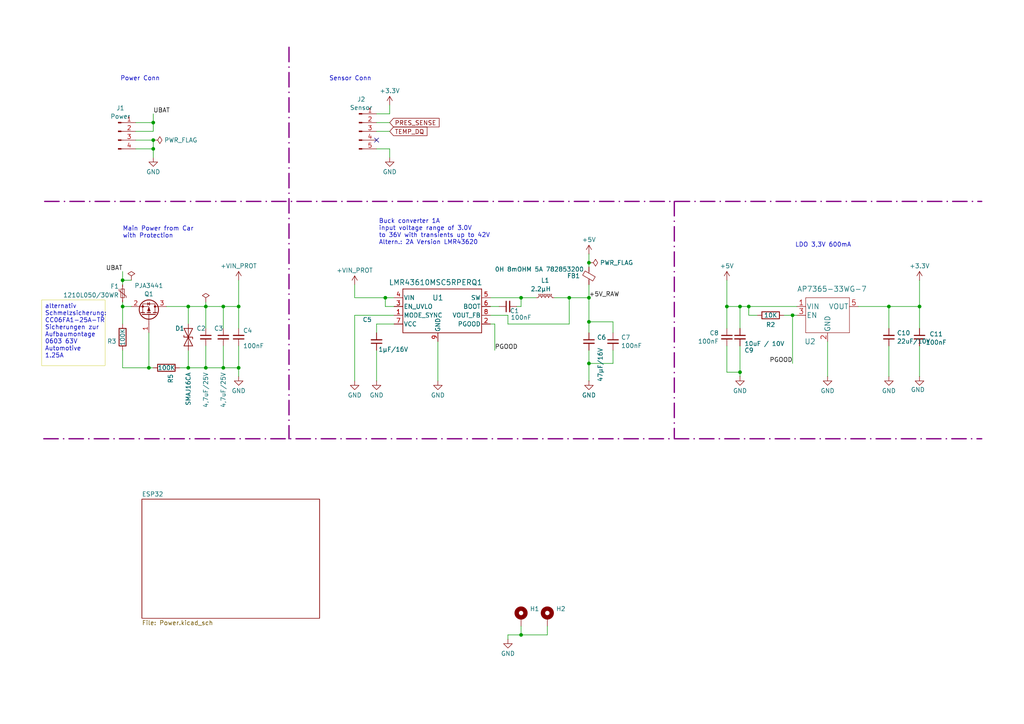
<source format=kicad_sch>
(kicad_sch (version 20250114) (generator "eeschema") (generator_version "9.0")
  (paper "A4")
  (title_block (title "BMW N57 Öldruck und Öltemperatur Anzeige") (date "2025-11-05") (rev "0.2") (comment 1 "Power Distribution"))
  (lib_symbols
    (symbol "2021-05-12_00-19-53:AP2112K-3.3TRG1" (pin_names (offset 0.254))
      (property "Reference" "U2" (at 8.89 -7.62 0))
      (property "Value" "AP7365-33WG-7" (at 15.24 7.62 0))
      (symbol "AP2112K-3.3TRG1_1_1"
        (polyline (pts (xy 7.62 5.08) (xy 7.62 -5.08)) (stroke (width 0.127)))
        (polyline (pts (xy 7.62 -5.08) (xy 20.32 -5.08)) (stroke (width 0.127)))
        (polyline (pts (xy 20.32 5.08) (xy 7.62 5.08)) (stroke (width 0.127)))
        (polyline (pts (xy 20.32 -5.08) (xy 20.32 5.08)) (stroke (width 0.127)))
        (pin power_in line (at 5.08 2.54 0) (length 2.54) (name "VIN") (number "1"))
        (pin input line (at 5.08 0 0) (length 2.54) (name "EN") (number "3"))
        (pin unspecified line (at 13.97 -7.62 90) (length 2.54) (name "GND") (number "2"))
        (pin power_out line (at 22.86 2.54 180) (length 2.54) (name "VOUT") (number "5"))
        (pin no_connect line (at 22.86 0 180) (length 2.54) (hide yes) (name "NC") (number "4"))
      )
    )
    (symbol "Connector:Conn_01x04_Pin" (pin_names (offset 1.016) (hide yes))
      (property "Reference" "J" (at 0 5.08 0))
      (property "Value" "Conn_01x04_Pin" (at 0 -7.62 0))
      (symbol "Conn_01x04_Pin_1_1"
        (rectangle (start 0.8636 2.667) (end 0 2.413) (stroke (width 0.1524)) (fill (type outline)))
        (rectangle (start 0.8636 0.127) (end 0 -0.127) (stroke (width 0.1524)) (fill (type outline)))
        (rectangle (start 0.8636 -2.413) (end 0 -2.667) (stroke (width 0.1524)) (fill (type outline)))
        (rectangle (start 0.8636 -4.953) (end 0 -5.207) (stroke (width 0.1524)) (fill (type outline)))
        (polyline (pts (xy 1.27 2.54) (xy 0.8636 2.54)) (stroke (width 0.1524)))
        (polyline (pts (xy 1.27 0) (xy 0.8636 0)) (stroke (width 0.1524)))
        (polyline (pts (xy 1.27 -2.54) (xy 0.8636 -2.54)) (stroke (width 0.1524)))
        (polyline (pts (xy 1.27 -5.08) (xy 0.8636 -5.08)) (stroke (width 0.1524)))
        (pin passive line (at 5.08 2.54 180) (length 3.81) (name "Pin_1") (number "1"))
        (pin passive line (at 5.08 0 180) (length 3.81) (name "Pin_2") (number "2"))
        (pin passive line (at 5.08 -2.54 180) (length 3.81) (name "Pin_3") (number "3"))
        (pin passive line (at 5.08 -5.08 180) (length 3.81) (name "Pin_4") (number "4"))
      )
    )
    (symbol "Connector:Conn_01x05_Pin" (pin_names (offset 1.016) (hide yes))
      (property "Reference" "J" (at 0 7.62 0))
      (property "Value" "Conn_01x05_Pin" (at 0 -7.62 0))
      (symbol "Conn_01x05_Pin_1_1"
        (rectangle (start 0.8636 5.207) (end 0 4.953) (stroke (width 0.1524)) (fill (type outline)))
        (rectangle (start 0.8636 2.667) (end 0 2.413) (stroke (width 0.1524)) (fill (type outline)))
        (rectangle (start 0.8636 0.127) (end 0 -0.127) (stroke (width 0.1524)) (fill (type outline)))
        (rectangle (start 0.8636 -2.413) (end 0 -2.667) (stroke (width 0.1524)) (fill (type outline)))
        (rectangle (start 0.8636 -4.953) (end 0 -5.207) (stroke (width 0.1524)) (fill (type outline)))
        (polyline (pts (xy 1.27 5.08) (xy 0.8636 5.08)) (stroke (width 0.1524)))
        (polyline (pts (xy 1.27 2.54) (xy 0.8636 2.54)) (stroke (width 0.1524)))
        (polyline (pts (xy 1.27 0) (xy 0.8636 0)) (stroke (width 0.1524)))
        (polyline (pts (xy 1.27 -2.54) (xy 0.8636 -2.54)) (stroke (width 0.1524)))
        (polyline (pts (xy 1.27 -5.08) (xy 0.8636 -5.08)) (stroke (width 0.1524)))
        (pin passive line (at 5.08 5.08 180) (length 3.81) (name "Pin_1") (number "1"))
        (pin passive line (at 5.08 2.54 180) (length 3.81) (name "Pin_2") (number "2"))
        (pin passive line (at 5.08 0 180) (length 3.81) (name "Pin_3") (number "3"))
        (pin passive line (at 5.08 -2.54 180) (length 3.81) (name "Pin_4") (number "4"))
        (pin passive line (at 5.08 -5.08 180) (length 3.81) (name "Pin_5") (number "5"))
      )
    )
    (symbol "Device:C_Small" (pin_numbers (hide yes)) (pin_names (offset 0.254) (hide yes))
      (property "Reference" "C" (at 0.254 1.778 0))
      (property "Value" "C_Small" (at 0.254 -2.032 0))
      (symbol "C_Small_0_1"
        (polyline (pts (xy -1.524 0.508) (xy 1.524 0.508)) (stroke (width 0.3048)))
        (polyline (pts (xy -1.524 -0.508) (xy 1.524 -0.508)) (stroke (width 0.3302)))
      )
      (symbol "C_Small_1_1"
        (pin passive line (at 0 2.54 270) (length 2.032) (name "~") (number "1"))
        (pin passive line (at 0 -2.54 90) (length 2.032) (name "~") (number "2"))
      )
    )
    (symbol "Device:FerriteBead_Small" (pin_numbers (hide yes)) (pin_names (offset 0))
      (property "Reference" "FB" (at 1.905 1.27 0))
      (property "Value" "FerriteBead_Small" (at 1.905 -1.27 0))
      (symbol "FerriteBead_Small_0_1"
        (polyline (pts (xy -1.8288 0.2794) (xy -1.1176 1.4986) (xy 1.8288 -0.2032) (xy 1.1176 -1.4224) (xy -1.8288 0.2794)))
        (polyline (pts (xy 0 0.889) (xy 0 1.2954)))
        (polyline (pts (xy 0 -1.27) (xy 0 -0.7874)))
      )
      (symbol "FerriteBead_Small_1_1"
        (pin passive line (at 0 2.54 270) (length 1.27) (name "~") (number "1"))
        (pin passive line (at 0 -2.54 90) (length 1.27) (name "~") (number "2"))
      )
    )
    (symbol "Device:L_Ferrite_Small" (pin_numbers (hide yes)) (pin_names (offset 0.254) (hide yes))
      (property "Reference" "L" (at 1.27 1.016 0))
      (property "Value" "L_Ferrite_Small" (at 1.27 -1.27 0))
      (symbol "L_Ferrite_Small_0_1"
        (arc (start 0 2.032) (mid 0.5058 1.524) (end 0 1.016))
        (arc (start 0 1.016) (mid 0.5058 0.508) (end 0 0))
        (arc (start 0 0) (mid 0.5058 -0.508) (end 0 -1.016))
        (arc (start 0 -1.016) (mid 0.5058 -1.524) (end 0 -2.032))
        (polyline (pts (xy 0.762 1.651) (xy 0.762 1.905)))
        (polyline (pts (xy 0.762 1.143) (xy 0.762 1.397)))
        (polyline (pts (xy 0.762 0.635) (xy 0.762 0.889)))
        (polyline (pts (xy 0.762 0.127) (xy 0.762 0.381)))
        (polyline (pts (xy 0.762 -0.381) (xy 0.762 -0.127)))
        (polyline (pts (xy 0.762 -0.889) (xy 0.762 -0.635)))
        (polyline (pts (xy 0.762 -1.397) (xy 0.762 -1.143)))
        (polyline (pts (xy 0.762 -1.905) (xy 0.762 -1.651)))
        (polyline (pts (xy 1.016 1.905) (xy 1.016 1.651)))
        (polyline (pts (xy 1.016 1.397) (xy 1.016 1.143)))
        (polyline (pts (xy 1.016 0.889) (xy 1.016 0.635)))
        (polyline (pts (xy 1.016 0.381) (xy 1.016 0.127)))
        (polyline (pts (xy 1.016 -0.127) (xy 1.016 -0.381)))
        (polyline (pts (xy 1.016 -0.635) (xy 1.016 -0.889)))
        (polyline (pts (xy 1.016 -1.143) (xy 1.016 -1.397)))
        (polyline (pts (xy 1.016 -1.651) (xy 1.016 -1.905)))
      )
      (symbol "L_Ferrite_Small_1_1"
        (pin passive line (at 0 2.54 270) (length 0.508) (name "~") (number "1"))
        (pin passive line (at 0 -2.54 90) (length 0.508) (name "~") (number "2"))
      )
    )
    (symbol "Device:Polyfuse_Small" (pin_numbers (hide yes)) (pin_names (offset 0))
      (property "Reference" "F" (at -1.905 0 90))
      (property "Value" "Polyfuse_Small" (at 1.905 0 90))
      (symbol "Polyfuse_Small_0_1"
        (polyline (pts (xy -1.016 1.27) (xy -1.016 0.762) (xy 1.016 -0.762) (xy 1.016 -1.27)))
        (rectangle (start -0.508 1.27) (end 0.508 -1.27))
        (polyline (pts (xy 0 2.54) (xy 0 -2.54)))
      )
      (symbol "Polyfuse_Small_1_1"
        (pin passive line (at 0 2.54 270) (length 0.635) (name "~") (number "1"))
        (pin passive line (at 0 -2.54 90) (length 0.635) (name "~") (number "2"))
      )
    )
    (symbol "Device:R" (pin_numbers (hide yes)) (pin_names (offset 0))
      (property "Reference" "R" (at 2.032 0 90))
      (property "Value" "R" (at 0 0 90))
      (symbol "R_0_1"
        (rectangle (start -1.016 -2.54) (end 1.016 2.54) (stroke (width 0.254)))
      )
      (symbol "R_1_1"
        (pin passive line (at 0 3.81 270) (length 1.27) (name "~") (number "1"))
        (pin passive line (at 0 -3.81 90) (length 1.27) (name "~") (number "2"))
      )
    )
    (symbol "Diode:SMAJ26CA" (pin_numbers (hide yes)) (pin_names (offset 1.016) (hide yes))
      (property "Reference" "D" (at 0 2.54 0))
      (property "Value" "SMAJ26CA" (at 0 -2.54 0))
      (symbol "SMAJ26CA_0_1"
        (polyline (pts (xy -2.54 -1.27) (xy 0 0) (xy -2.54 1.27) (xy -2.54 -1.27)) (stroke (width 0.2032)))
        (polyline (pts (xy 0.508 1.27) (xy 0 1.27) (xy 0 -1.27) (xy -0.508 -1.27)) (stroke (width 0.2032)))
        (polyline (pts (xy 1.27 0) (xy -1.27 0)))
        (polyline (pts (xy 2.54 1.27) (xy 2.54 -1.27) (xy 0 0) (xy 2.54 1.27)) (stroke (width 0.2032)))
      )
      (symbol "SMAJ26CA_1_1"
        (pin passive line (at -3.81 0 0) (length 2.54) (name "A1") (number "1"))
        (pin passive line (at 3.81 0 180) (length 2.54) (name "A2") (number "2"))
      )
    )
    (symbol "LMR43610:LMR43610RS5QRPERQ1" (pin_names (offset 0.254))
      (property "Value" "LMR43610RS5QRPERQ1" (at 3.048 6.35 0))
      (symbol "LMR43610RS5QRPERQ1_0_1"
        (polyline (pts (xy -10.16 5.08) (xy -10.16 -7.62)) (stroke (width 0.2032)))
        (polyline (pts (xy -10.16 -7.62) (xy 12.7 -7.62)) (stroke (width 0.2032)))
        (polyline (pts (xy 12.7 5.08) (xy -10.16 5.08)) (stroke (width 0.2032)))
        (polyline (pts (xy 12.7 -7.62) (xy 12.7 5.08)) (stroke (width 0.2032)))
      )
      (symbol "LMR43610RS5QRPERQ1_1_1"
        (pin power_in line (at -12.7 2.54 0) (length 2.54) (name "VIN") (number "4"))
        (pin input line (at -12.7 0 0) (length 2.54) (name "EN_UVLO") (number "3"))
        (pin input line (at -12.7 -2.54 0) (length 2.54) (name "MODE_SYNC") (number "1"))
        (pin power_in line (at -12.7 -5.08 0) (length 2.54) (name "VCC") (number "7"))
        (pin power_in line (at 0 -10.16 90) (length 2.54) (name "GND") (number "9"))
        (pin power_out line (at 15.24 2.54 180) (length 2.54) (name "SW") (number "5"))
        (pin bidirectional line (at 15.24 0 180) (length 2.54) (name "BOOT") (number "6"))
        (pin bidirectional line (at 15.24 -2.54 180) (length 2.54) (name "VOUT_FB") (number "8"))
        (pin open_collector line (at 15.24 -5.08 180) (length 2.54) (name "PGOOD") (number "2"))
      )
    )
    (symbol "Mechanical:MountingHole_Pad" (pin_numbers (hide yes)) (pin_names (offset 1.016) (hide yes))
      (property "Reference" "H" (at 0 6.35 0))
      (property "Value" "MountingHole_Pad" (at 0 4.445 0))
      (symbol "MountingHole_Pad_0_1"
        (circle (center 0 1.27) (radius 1.27) (stroke (width 1.27)))
      )
      (symbol "MountingHole_Pad_1_1"
        (pin input line (at 0 -2.54 90) (length 2.54) (name "1") (number "1"))
      )
    )
    (symbol "Transistor_FET:Q_PMOS_GSD" (pin_names (offset 0) (hide yes))
      (property "Reference" "Q" (at 5.08 1.905 0))
      (property "Value" "Q_PMOS_GSD" (at 5.08 0 0))
      (symbol "Q_PMOS_GSD_0_1"
        (polyline (pts (xy 0.254 1.905) (xy 0.254 -1.905)) (stroke (width 0.254)))
        (polyline (pts (xy 0.254 0) (xy -2.54 0)))
        (polyline (pts (xy 0.762 2.286) (xy 0.762 1.27)) (stroke (width 0.254)))
        (polyline (pts (xy 0.762 1.778) (xy 3.302 1.778) (xy 3.302 -1.778) (xy 0.762 -1.778)))
        (polyline (pts (xy 0.762 0.508) (xy 0.762 -0.508)) (stroke (width 0.254)))
        (polyline (pts (xy 0.762 -1.27) (xy 0.762 -2.286)) (stroke (width 0.254)))
        (circle (center 1.651 0) (radius 2.794) (stroke (width 0.254)))
        (polyline (pts (xy 2.286 0) (xy 1.27 0.381) (xy 1.27 -0.381) (xy 2.286 0)) (fill (type outline)))
        (polyline (pts (xy 2.54 2.54) (xy 2.54 1.778)))
        (circle (center 2.54 1.778) (radius 0.254) (fill (type outline)))
        (circle (center 2.54 -1.778) (radius 0.254) (fill (type outline)))
        (polyline (pts (xy 2.54 -2.54) (xy 2.54 0) (xy 0.762 0)))
        (polyline (pts (xy 2.921 -0.381) (xy 3.683 -0.381)))
        (polyline (pts (xy 3.302 -0.381) (xy 2.921 0.254) (xy 3.683 0.254) (xy 3.302 -0.381)))
      )
      (symbol "Q_PMOS_GSD_1_1"
        (pin input line (at -5.08 0 0) (length 2.54) (name "G") (number "1"))
        (pin passive line (at 2.54 5.08 270) (length 2.54) (name "D") (number "3"))
        (pin passive line (at 2.54 -5.08 90) (length 2.54) (name "S") (number "2"))
      )
    )
    (symbol "power:+12V" (power) (pin_names (offset 0))
      (property "Value" "+12V" (at 0 3.556 0))
      (symbol "+12V_0_1"
        (polyline (pts (xy -0.762 1.27) (xy 0 2.54)))
        (polyline (pts (xy 0 2.54) (xy 0.762 1.27)))
        (polyline (pts (xy 0 0) (xy 0 2.54)))
      )
      (symbol "+12V_1_1"
        (pin power_in line (at 0 0 90) (length 0) (hide yes) (name "+12V") (number "1"))
      )
    )
    (symbol "power:+3.3V" (power) (pin_numbers (hide yes)) (pin_names (offset 0) (hide yes))
      (property "Value" "+3.3V" (at 0 3.556 0))
      (symbol "+3.3V_0_1"
        (polyline (pts (xy -0.762 1.27) (xy 0 2.54)))
        (polyline (pts (xy 0 2.54) (xy 0.762 1.27)))
        (polyline (pts (xy 0 0) (xy 0 2.54)))
      )
      (symbol "+3.3V_1_1"
        (pin power_in line (at 0 0 90) (length 0) (name "~") (number "1"))
      )
    )
    (symbol "power:+5V" (power) (pin_numbers (hide yes)) (pin_names (offset 0) (hide yes))
      (property "Value" "+5V" (at 0 3.556 0))
      (symbol "+5V_0_1"
        (polyline (pts (xy -0.762 1.27) (xy 0 2.54)))
        (polyline (pts (xy 0 2.54) (xy 0.762 1.27)))
        (polyline (pts (xy 0 0) (xy 0 2.54)))
      )
      (symbol "+5V_1_1"
        (pin power_in line (at 0 0 90) (length 0) (name "~") (number "1"))
      )
    )
    (symbol "power:GND" (power) (pin_numbers (hide yes)) (pin_names (offset 0) (hide yes))
      (property "Value" "GND" (at 0 -3.81 0))
      (symbol "GND_0_1"
        (polyline (pts (xy 0 0) (xy 0 -1.27) (xy 1.27 -1.27) (xy 0 -2.54) (xy -1.27 -1.27) (xy 0 -1.27)))
      )
      (symbol "GND_1_1"
        (pin power_in line (at 0 0 270) (length 0) (name "~") (number "1"))
      )
    )
    (symbol "power:PWR_FLAG" (power) (pin_numbers (hide yes)) (pin_names (offset 0) (hide yes))
      (property "Value" "PWR_FLAG" (at 0 3.81 0))
      (symbol "PWR_FLAG_0_0"
        (pin power_out line (at 0 0 90) (length 0) (name "pwr") (number "1"))
      )
      (symbol "PWR_FLAG_0_1"
        (polyline (pts (xy 0 0) (xy 0 1.27) (xy -1.016 1.905) (xy 0 2.54) (xy 1.016 1.905) (xy 0 1.27)))
      )
    )
  )
  (text "Sensor Conn" (at 101.6 22.86 0) (effects (font (size 1.27 1.27))))
  (text "Main Power from Car\nwith Protection" (at 35.56 69.215 0) (effects (font (size 1.27 1.27)) (justify left bottom)))
  (text "Power Conn" (at 40.64 22.86 0) (effects (font (size 1.27 1.27))))
  (text "LDO 3,3V 600mA" (at 238.76 71.12 0) (effects (font (size 1.27 1.27))))
  (text "Buck converter 1A \ninput voltage range of 3.0V \nto 36V with transients up to 42V\nAltern.: 2A Version LMR43620" (at 109.855 67.31 0) (effects (font (size 1.27 1.27)) (justify left)))
  (text_box "alternativ Schmelzsicherung:\nCC06FA1-25A-TR\nSicherungen zur Aufbaumontage 0603 63V Automotive 1.25A" (at 12.065 86.995 0) (size 18.415 19.05) (margins 0.9525 0.9525 0.9525 0.9525) (stroke (width 0.0762) (color 194 194 0 1)) (effects (font (size 1.27 1.27)) (justify left top)))
  (junction (at 210.82 88.9))
  (junction (at 44.45 35.56))
  (junction (at 151.13 184.15))
  (junction (at 54.61 106.68))
  (junction (at 170.815 93.345))
  (junction (at 64.77 88.9))
  (junction (at 43.18 106.68))
  (junction (at 266.7 88.9))
  (junction (at 69.215 88.9))
  (junction (at 170.815 86.36))
  (junction (at 170.815 105.41))
  (junction (at 59.69 88.9))
  (junction (at 151.13 86.36))
  (junction (at 35.56 88.9))
  (junction (at 257.81 88.9))
  (junction (at 229.87 91.44))
  (junction (at 54.61 88.9))
  (junction (at 214.63 107.95))
  (junction (at 35.56 81.28))
  (junction (at 217.17 88.9))
  (junction (at 165.1 86.36))
  (junction (at 214.63 88.9))
  (junction (at 69.215 106.68))
  (junction (at 170.815 76.2))
  (junction (at 59.69 106.68))
  (junction (at 64.77 106.68))
  (junction (at 111.76 86.36))
  (junction (at 44.45 40.64))
  (junction (at 44.45 43.18))
  (no_connect (at 109.22 40.64))
  (wire (pts (xy 266.7 95.25) (xy 266.7 88.9)))
  (wire (pts (xy 248.92 88.9) (xy 257.81 88.9)))
  (polyline (pts (xy 12.954 58.42) (xy 284.734 58.42)) (stroke (width 0.381) (type dash_dot) (color 132 0 132 1)))
  (wire (pts (xy 165.1 93.98) (xy 165.1 86.36)))
  (wire (pts (xy 151.13 88.9) (xy 151.13 86.36)))
  (wire (pts (xy 142.24 91.44) (xy 147.32 91.44)))
  (wire (pts (xy 111.76 88.9) (xy 114.3 88.9)))
  (wire (pts (xy 170.815 93.345) (xy 170.815 96.52)))
  (wire (pts (xy 214.63 100.33) (xy 214.63 107.95)))
  (wire (pts (xy 39.37 43.18) (xy 44.45 43.18)))
  (wire (pts (xy 158.75 181.61) (xy 158.75 184.15)))
  (wire (pts (xy 177.8 93.345) (xy 170.815 93.345)))
  (wire (pts (xy 35.56 106.68) (xy 43.18 106.68)))
  (wire (pts (xy 210.82 107.95) (xy 214.63 107.95)))
  (wire (pts (xy 64.77 95.25) (xy 64.77 88.9)))
  (wire (pts (xy 147.32 93.98) (xy 165.1 93.98)))
  (wire (pts (xy 214.63 88.9) (xy 214.63 95.25)))
  (wire (pts (xy 240.03 99.06) (xy 240.03 109.22)))
  (wire (pts (xy 151.13 86.36) (xy 155.575 86.36)))
  (wire (pts (xy 210.82 100.33) (xy 210.82 107.95)))
  (wire (pts (xy 102.87 82.55) (xy 102.87 86.36)))
  (wire (pts (xy 142.24 88.9) (xy 144.78 88.9)))
  (wire (pts (xy 35.56 88.9) (xy 35.56 93.98)))
  (wire (pts (xy 102.87 91.44) (xy 114.3 91.44)))
  (wire (pts (xy 147.32 184.15) (xy 147.32 185.42)))
  (wire (pts (xy 210.82 95.25) (xy 210.82 88.9)))
  (wire (pts (xy 69.215 81.28) (xy 69.215 88.9)))
  (wire (pts (xy 59.69 88.9) (xy 59.69 95.25)))
  (wire (pts (xy 35.56 87.63) (xy 35.56 88.9)))
  (wire (pts (xy 38.1 81.28) (xy 35.56 81.28)))
  (wire (pts (xy 54.61 88.9) (xy 59.69 88.9)))
  (wire (pts (xy 210.82 88.9) (xy 210.82 81.28)))
  (wire (pts (xy 44.45 40.64) (xy 44.45 43.18)))
  (wire (pts (xy 170.815 82.55) (xy 170.815 86.36)))
  (wire (pts (xy 35.56 101.6) (xy 35.56 106.68)))
  (wire (pts (xy 54.61 106.68) (xy 59.69 106.68)))
  (wire (pts (xy 177.8 101.6) (xy 177.8 105.41)))
  (wire (pts (xy 109.22 35.56) (xy 113.03 35.56)))
  (wire (pts (xy 52.07 106.68) (xy 54.61 106.68)))
  (wire (pts (xy 39.37 40.64) (xy 44.45 40.64)))
  (wire (pts (xy 113.03 43.18) (xy 113.03 45.72)))
  (wire (pts (xy 257.81 88.9) (xy 266.7 88.9)))
  (wire (pts (xy 59.69 100.33) (xy 59.69 106.68)))
  (wire (pts (xy 54.61 88.9) (xy 54.61 93.98)))
  (polyline (pts (xy 12.7 127.254) (xy 284.734 127.254)) (stroke (width 0.381) (type dash_dot) (color 132 0 132 1)))
  (wire (pts (xy 102.87 91.44) (xy 102.87 110.49)))
  (wire (pts (xy 266.7 100.33) (xy 266.7 109.22)))
  (wire (pts (xy 177.8 96.52) (xy 177.8 93.345)))
  (wire (pts (xy 59.69 106.68) (xy 64.77 106.68)))
  (wire (pts (xy 143.51 93.98) (xy 143.51 101.6)))
  (wire (pts (xy 111.76 86.36) (xy 114.3 86.36)))
  (wire (pts (xy 64.77 106.68) (xy 69.215 106.68)))
  (wire (pts (xy 214.63 107.95) (xy 214.63 109.22)))
  (wire (pts (xy 64.77 88.9) (xy 69.215 88.9)))
  (polyline (pts (xy 195.58 58.42) (xy 195.58 127)) (stroke (width 0.381) (type dash_dot) (color 132 0 132 1)))
  (wire (pts (xy 177.8 105.41) (xy 170.815 105.41)))
  (wire (pts (xy 59.69 88.9) (xy 64.77 88.9)))
  (wire (pts (xy 69.215 109.22) (xy 69.215 106.68)))
  (wire (pts (xy 109.22 43.18) (xy 113.03 43.18)))
  (wire (pts (xy 257.81 100.33) (xy 257.81 109.22)))
  (wire (pts (xy 229.87 91.44) (xy 229.87 105.41)))
  (wire (pts (xy 48.26 88.9) (xy 54.61 88.9)))
  (wire (pts (xy 142.24 93.98) (xy 143.51 93.98)))
  (polyline (pts (xy 83.82 127.254) (xy 84.074 127.254)) (stroke (width 0) (type solid)))
  (wire (pts (xy 266.7 88.9) (xy 266.7 81.28)))
  (wire (pts (xy 217.17 88.9) (xy 231.14 88.9)))
  (wire (pts (xy 35.56 78.74) (xy 35.56 81.28)))
  (wire (pts (xy 35.56 88.9) (xy 38.1 88.9)))
  (wire (pts (xy 229.87 91.44) (xy 231.14 91.44)))
  (wire (pts (xy 227.33 91.44) (xy 229.87 91.44)))
  (wire (pts (xy 109.22 101.6) (xy 109.22 110.49)))
  (wire (pts (xy 39.37 38.1) (xy 44.45 38.1)))
  (wire (pts (xy 44.45 35.56) (xy 44.45 33.02)))
  (wire (pts (xy 109.22 93.98) (xy 114.3 93.98)))
  (wire (pts (xy 59.69 87.63) (xy 59.69 88.9)))
  (wire (pts (xy 35.56 82.55) (xy 35.56 81.28)))
  (wire (pts (xy 165.1 86.36) (xy 170.815 86.36)))
  (wire (pts (xy 102.87 86.36) (xy 111.76 86.36)))
  (wire (pts (xy 147.32 91.44) (xy 147.32 93.98)))
  (wire (pts (xy 149.86 88.9) (xy 151.13 88.9)))
  (wire (pts (xy 170.815 105.41) (xy 170.815 110.49)))
  (wire (pts (xy 44.45 106.68) (xy 43.18 106.68)))
  (wire (pts (xy 109.22 38.1) (xy 113.03 38.1)))
  (wire (pts (xy 210.82 88.9) (xy 214.63 88.9)))
  (wire (pts (xy 69.215 88.9) (xy 69.215 95.25)))
  (wire (pts (xy 69.215 100.33) (xy 69.215 106.68)))
  (wire (pts (xy 39.37 35.56) (xy 44.45 35.56)))
  (wire (pts (xy 142.24 86.36) (xy 151.13 86.36)))
  (wire (pts (xy 113.03 30.48) (xy 113.03 33.02)))
  (wire (pts (xy 217.17 88.9) (xy 217.17 91.44)))
  (wire (pts (xy 113.03 33.02) (xy 109.22 33.02)))
  (wire (pts (xy 170.815 73.66) (xy 170.815 76.2)))
  (wire (pts (xy 64.77 100.33) (xy 64.77 106.68)))
  (wire (pts (xy 127 99.06) (xy 127 110.49)))
  (wire (pts (xy 170.815 76.2) (xy 170.815 77.47)))
  (wire (pts (xy 109.22 93.98) (xy 109.22 96.52)))
  (polyline (pts (xy 83.82 13.716) (xy 83.82 127.254)) (stroke (width 0.381) (type dash_dot) (color 132 0 132 1)))
  (wire (pts (xy 151.13 184.15) (xy 147.32 184.15)))
  (wire (pts (xy 158.75 184.15) (xy 151.13 184.15)))
  (wire (pts (xy 44.45 38.1) (xy 44.45 35.56)))
  (wire (pts (xy 217.17 91.44) (xy 219.71 91.44)))
  (wire (pts (xy 170.815 101.6) (xy 170.815 105.41)))
  (wire (pts (xy 111.76 86.36) (xy 111.76 88.9)))
  (wire (pts (xy 54.61 101.6) (xy 54.61 106.68)))
  (wire (pts (xy 43.18 96.52) (xy 43.18 106.68)))
  (wire (pts (xy 44.45 43.18) (xy 44.45 45.72)))
  (wire (pts (xy 214.63 88.9) (xy 217.17 88.9)))
  (wire (pts (xy 257.81 95.25) (xy 257.81 88.9)))
  (wire (pts (xy 160.655 86.36) (xy 165.1 86.36)))
  (wire (pts (xy 170.815 86.36) (xy 170.815 93.345)))
  (wire (pts (xy 151.13 181.61) (xy 151.13 184.15)))
  (label "+5V_RAW" (at 170.815 86.36 0))
  (label "PGOOD" (at 229.87 105.41 180))
  (label "PGOOD" (at 143.51 101.6 0))
  (label "UBAT" (at 44.45 33.02 0))
  (label "UBAT" (at 35.56 78.74 180))
  (global_label "PRES_SENSE" (shape input) (at 113.03 35.56 0) (property "Intersheetrefs" "${INTERSHEET_REFS}" (effects (hide yes))))
  (global_label "TEMP_DQ" (shape input) (at 113.03 38.1 0) (property "Intersheetrefs" "${INTERSHEET_REFS}" (effects (hide yes))))
  (symbol (lib_id "power:+5V") (at 170.815 73.66 0) (unit 1)
    (property "Reference" "#PWR04" (effects (hide yes)))
    (property "Value" "+5V" (at 170.815 69.5269 0))
    (property "Description" "Power symbol creates a global label with name \"+5V\"" (effects (hide yes)))
  )
  (symbol (lib_id "Device:R") (at 48.26 106.68 90) (unit 1)
    (property "Reference" "R5" (at 49.4722 108.458 0) (effects (justify right)))
    (property "Value" "100K" (at 45.72 106.68 90) (effects (justify right)))
    (property "Footprint" "Resistor_SMD:R_0603_1608Metric" (effects (hide yes)))
    (property "Description" "Resistor" (effects (hide yes)))
    (property "LCSC" "C98220" (effects (hide yes)))
    (property "my_parts_ID" "250" (effects (hide yes)))
  )
  (symbol (lib_id "LMR43610:LMR43610RS5QRPERQ1") (at 127 88.9 0) (unit 1)
    (property "Reference" "U1" (at 127 86.36 0) (effects (font (size 1.524 1.524))))
    (property "Value" "LMR43610MSC5RPERQ1" (at 126.365 81.915 0) (effects (font (size 1.524 1.524))))
    (property "Footprint" "myFoodprints:LMR43610" (effects (hide yes)))
    (property "Datasheet" "https://www.ti.com/lit/gpn/lmr43610-q1" (effects (hide yes)))
    (property "Description" "Switching Voltage Regulators 10-A automotive buck converter optimized" (effects (hide yes)))
    (property "LCSC" "C5219291" (effects (hide yes)))
    (property "Part Number" "LM61495Q5RPHRQ1" (effects (hide yes)))
    (property "my_parts_ID" "311" (effects (hide yes)))
  )
  (symbol (lib_id "Device:C_Small") (at 210.82 97.79 0) (unit 1)
    (property "Reference" "C8" (at 208.496 96.5841 0) (effects (justify right)))
    (property "Value" "100nF" (at 208.496 99.0084 0) (effects (justify right)))
    (property "Footprint" "Capacitor_SMD:C_0603_1608Metric" (effects (hide yes)))
    (property "Description" "Unpolarized capacitor, small symbol" (effects (hide yes)))
    (property "LCSC" "C14663" (effects (hide yes)))
    (property "my_parts_ID" "5" (effects (hide yes)))
  )
  (symbol (lib_id "power:PWR_FLAG") (at 44.45 40.64 270) (unit 1)
    (property "Reference" "#FLG01" (effects (hide yes)))
    (property "Value" "PWR_FLAG" (at 47.625 40.64 90) (effects (justify left)))
    (property "Description" "Special symbol for telling ERC where power comes from" (effects (hide yes)))
  )
  (symbol (lib_id "Device:C_Small") (at 257.81 97.79 180) (unit 1)
    (property "Reference" "C10" (at 260.1341 96.5714 0) (effects (justify right)))
    (property "Value" "22uF/10V" (at 260.1341 98.9957 0) (effects (justify right)))
    (property "Footprint" "Capacitor_SMD:C_0603_1608Metric" (effects (hide yes)))
    (property "Description" "Unpolarized capacitor, small symbol" (effects (hide yes)))
    (property "Part Number" "GRT188R61A226ME13D" (effects (hide yes)))
    (property "LCSC" "C86295" (effects (hide yes)))
    (property "my_parts_ID" "290" (effects (hide yes)))
  )
  (symbol (lib_id "Device:C_Small") (at 170.815 99.06 0) (unit 1)
    (property "Reference" "C6" (at 173.1391 97.8541 0) (effects (justify left)))
    (property "Value" "47µF/16V" (at 174.117 110.744 90) (effects (justify left)))
    (property "Footprint" "Capacitor_SMD:C_1210_3225Metric" (effects (hide yes)))
    (property "Description" "Unpolarized capacitor, small symbol" (effects (hide yes)))
    (property "LCSC" "C77101" (effects (hide yes)))
    (property "Part Number" "MBASE32MAB5476KPNDT1" (effects (hide yes)))
    (property "my_parts_ID" "291" (effects (hide yes)))
  )
  (symbol (lib_id "Connector:Conn_01x05_Pin") (at 104.14 38.1 0) (unit 1) (in_bom no)
    (property "Reference" "J2" (at 104.775 28.7993 0))
    (property "Value" "Sensor" (at 104.775 31.2236 0))
    (property "Footprint" "Connector_JST:JST_PH_S5B-PH-K_1x05_P2.00mm_Horizontal" (effects (hide yes)))
    (property "Description" "Generic connector, single row, 01x05, script generated" (effects (hide yes)))
  )
  (symbol (lib_id "power:GND") (at 240.03 109.22 0) (unit 1)
    (property "Reference" "#PWR016" (effects (hide yes)))
    (property "Value" "GND" (at 240.03 113.3531 0))
    (property "Description" "Power symbol creates a global label with name \"GND\" , ground" (effects (hide yes)))
  )
  (symbol (lib_id "power:GND") (at 214.63 109.22 0) (unit 1)
    (property "Reference" "#PWR015" (effects (hide yes)))
    (property "Value" "GND" (at 214.63 113.3531 0))
    (property "Description" "Power symbol creates a global label with name \"GND\" , ground" (effects (hide yes)))
  )
  (symbol (lib_id "Device:Polyfuse_Small") (at 35.56 85.09 180) (unit 1)
    (property "Reference" "F1" (at 32.004 83.058 0) (effects (justify right)))
    (property "Value" "1210L050/30WR" (at 18.288 85.598 0) (effects (justify right)))
    (property "Footprint" "Fuse:Fuse_1210_3225Metric" (effects (hide yes)))
    (property "Description" "Resettable Fuses - PPTC 30V 500MA-HD 100A SMD" (effects (hide yes)))
    (property "Part Number" "1210L050/30WR" (effects (hide yes)))
    (property "LCSC" "C2154034" (effects (hide yes)))
    (property "my_parts_ID" "295" (effects (hide yes)))
  )
  (symbol (lib_id "Transistor_FET:Q_PMOS_GSD") (at 43.18 91.44 270) (mirror x) (unit 1)
    (property "Reference" "Q1" (at 43.18 85.2749 90))
    (property "Value" "PJA3441" (at 43.18 82.8506 90))
    (property "Footprint" "Package_TO_SOT_SMD:SOT-23-3" (effects (hide yes)))
    (property "Datasheet" "C:\\share\\Elektronik\\KiCad_working_dir\\datasheet\\PJA3441.pdf" (effects (hide yes)))
    (property "Description" "P-MOSFET transistor, gate/source/drain" (effects (hide yes)))
    (property "LCSC" "C313504" (effects (hide yes)))
    (property "my_parts_ID" "296" (effects (hide yes)))
  )
  (symbol (lib_id "Device:C_Small") (at 69.215 97.79 180) (unit 1)
    (property "Reference" "C4" (at 70.485 95.885 0) (effects (justify right)))
    (property "Value" "100nF" (at 70.485 100.33 0) (effects (justify right)))
    (property "Footprint" "Capacitor_SMD:C_0603_1608Metric" (effects (hide yes)))
    (property "Description" "Unpolarized capacitor, small symbol" (effects (hide yes)))
    (property "LCSC" "C14663" (effects (hide yes)))
    (property "my_parts_ID" "5" (effects (hide yes)))
  )
  (symbol (lib_id "Device:L_Ferrite_Small") (at 158.115 86.36 90) (unit 1)
    (property "Reference" "L1" (at 158.115 81.3265 90))
    (property "Value" "2.2µH" (at 156.845 83.82 90))
    (property "Footprint" "myCoil:L_Coilcraft_XxL4040" (effects (hide yes)))
    (property "Datasheet" "C:\\share\\Elektronik\\KiCad_working_dir\\datasheet\\ihlp3232dz11.pdf" (effects (hide yes)))
    (property "Description" "Inductor with ferrite core, small symbol" (effects (hide yes)))
    (property "LCSC" "C3151182" (effects (hide yes)))
    (property "Part Number" "XEL4020-222MEC" (effects (hide yes)))
    (property "my_parts_ID" "137" (effects (hide yes)))
  )
  (symbol (lib_id "Device:R") (at 223.52 91.44 90) (unit 1)
    (property "Reference" "R2" (at 223.52 94.1761 90))
    (property "Value" "10K" (at 223.52 91.44 90))
    (property "Footprint" "Resistor_SMD:R_0603_1608Metric" (effects (hide yes)))
    (property "Description" "Resistor" (effects (hide yes)))
    (property "LCSC" "C98220" (effects (hide yes)))
    (property "my_parts_ID" "236" (effects (hide yes)))
  )
  (symbol (lib_id "power:+12V") (at 102.87 82.55 0) (unit 1)
    (property "Reference" "#PWR06" (effects (hide yes)))
    (property "Value" "+VIN_PROT" (at 102.87 78.4169 0))
  )
  (symbol (lib_id "power:+5V") (at 210.82 81.28 0) (unit 1)
    (property "Reference" "#PWR07" (effects (hide yes)))
    (property "Value" "+5V" (at 210.82 77.1469 0))
    (property "Description" "Power symbol creates a global label with name \"+5V\"" (effects (hide yes)))
  )
  (symbol (lib_id "power:PWR_FLAG") (at 38.1 81.28 0) (unit 1)
    (property "Reference" "#FLG03" (effects (hide yes)))
    (property "Value" "PWR_FLAG" (effects (hide yes)))
  )
  (symbol (lib_id "power:GND") (at 127 110.49 0) (unit 1)
    (property "Reference" "#PWR012" (effects (hide yes)))
    (property "Value" "GND" (at 127 114.6231 0))
    (property "Description" "Power symbol creates a global label with name \"GND\" , ground" (effects (hide yes)))
  )
  (symbol (lib_id "Connector:Conn_01x04_Pin") (at 34.29 38.1 0) (unit 1) (in_bom no)
    (property "Reference" "J1" (at 34.925 31.3393 0))
    (property "Value" "Power" (at 34.925 33.7636 0))
    (property "Footprint" "Connector_JST:JST_PH_S4B-PH-K_1x04_P2.00mm_Horizontal" (effects (hide yes)))
    (property "Description" "Generic connector, single row, 01x04, script generated" (effects (hide yes)))
  )
  (symbol (lib_id "Device:C_Small") (at 109.22 99.06 180) (unit 1)
    (property "Reference" "C5" (at 105.156 92.71 0) (effects (justify right)))
    (property "Value" "1μF/16V" (at 109.728 101.346 0) (effects (justify right)))
    (property "Footprint" "Capacitor_SMD:C_0603_1608Metric" (effects (hide yes)))
    (property "Description" "Unpolarized capacitor, small symbol" (effects (hide yes)))
    (property "LCSC" "C5199872" (effects (hide yes)))
    (property "my_parts_ID" "22" (effects (hide yes)))
  )
  (symbol (lib_id "power:GND") (at 69.215 109.22 0) (unit 1)
    (property "Reference" "#PWR09" (effects (hide yes)))
    (property "Value" "GND" (at 69.215 113.3531 0))
  )
  (symbol (lib_id "Mechanical:MountingHole_Pad") (at 158.75 179.07 0) (unit 1) (in_bom no)
    (property "Reference" "H2" (at 161.29 176.5879 0) (effects (justify left)))
    (property "Value" "MountingHole_Pad" (effects (hide yes)))
    (property "Footprint" "MountingHole:MountingHole_3.2mm_M3_ISO7380_Pad" (effects (hide yes)))
  )
  (symbol (lib_id "power:GND") (at 113.03 45.72 0) (unit 1)
    (property "Reference" "#PWR03" (effects (hide yes)))
    (property "Value" "GND" (at 113.03 49.8531 0))
  )
  (symbol (lib_id "power:+3.3V") (at 113.03 30.48 0) (unit 1)
    (property "Reference" "#PWR01" (effects (hide yes)))
    (property "Value" "+3.3V" (at 113.03 26.3469 0))
  )
  (symbol (lib_id "Mechanical:MountingHole_Pad") (at 151.13 179.07 0) (unit 1) (in_bom no)
    (property "Reference" "H1" (at 153.67 176.5879 0) (effects (justify left)))
    (property "Value" "MountingHole_Pad" (effects (hide yes)))
    (property "Footprint" "MountingHole:MountingHole_3.2mm_M3_ISO7380_Pad" (effects (hide yes)))
  )
  (symbol (lib_id "power:PWR_FLAG") (at 170.815 76.2 270) (unit 1)
    (property "Reference" "#FLG02" (effects (hide yes)))
    (property "Value" "PWR_FLAG" (at 173.99 76.2 90) (effects (justify left)))
    (property "Description" "Special symbol for telling ERC where power comes from" (effects (hide yes)))
  )
  (symbol (lib_id "Device:C_Small") (at 266.7 97.79 0) (unit 1)
    (property "Reference" "C11" (at 271.526 96.8897 0))
    (property "Value" "100nF" (at 271.526 99.314 0))
    (property "Footprint" "Capacitor_SMD:C_0603_1608Metric" (effects (hide yes)))
    (property "Description" "Unpolarized capacitor, small symbol" (effects (hide yes)))
    (property "LCSC" "C14663" (effects (hide yes)))
    (property "my_parts_ID" "5" (effects (hide yes)))
  )
  (symbol (lib_id "Device:C_Small") (at 147.32 88.9 90) (unit 1)
    (property "Reference" "C1" (at 149.225 90.17 90))
    (property "Value" "100nF" (at 151.13 92.075 90))
    (property "Footprint" "Capacitor_SMD:C_0603_1608Metric" (effects (hide yes)))
    (property "Description" "Unpolarized capacitor, small symbol" (effects (hide yes)))
    (property "LCSC" "C14663" (effects (hide yes)))
    (property "my_parts_ID" "5" (effects (hide yes)))
  )
  (symbol (lib_id "power:PWR_FLAG") (at 59.69 87.63 0) (unit 1)
    (property "Reference" "#FLG04" (effects (hide yes)))
    (property "Value" "PWR_FLAG" (effects (hide yes)))
  )
  (symbol (lib_id "Device:C_Small") (at 59.69 97.79 0) (unit 1)
    (property "Reference" "C2" (at 59.69 95.25 0) (effects (justify right)))
    (property "Value" "4,7uF/25V" (at 59.69 107.95 90) (effects (justify right)))
    (property "Footprint" "Capacitor_SMD:C_0805_2012Metric" (effects (hide yes)))
    (property "Description" "Unpolarized capacitor, small symbol" (effects (hide yes)))
    (property "LCSC" "C98195" (effects (hide yes)))
    (property "my_parts_ID" "37" (effects (hide yes)))
  )
  (symbol (lib_id "Device:C_Small") (at 214.63 97.79 0) (unit 1)
    (property "Reference" "C9" (at 215.9 101.6 0) (effects (justify left)))
    (property "Value" "10uF / 10V" (at 215.9 99.695 0) (effects (justify left)))
    (property "Footprint" "Capacitor_SMD:C_0805_2012Metric" (effects (hide yes)))
    (property "Description" "Unpolarized capacitor, small symbol" (effects (hide yes)))
    (property "LCSC" "C32635" (effects (hide yes)))
    (property "Part Number" "GRM21BR71A106KA73K " (effects (hide yes)))
    (property "my_parts_ID" "15" (effects (hide yes)))
  )
  (symbol (lib_id "2021-05-12_00-19-53:AP2112K-3.3TRG1") (at 226.06 91.44 0) (unit 1)
    (property "Reference" "U2" (at 234.95 99.06 0) (effects (font (size 1.524 1.524))))
    (property "Value" "AP7365-33WG-7" (at 241.3 83.82 0) (effects (font (size 1.524 1.524))))
    (property "Footprint" "Package_TO_SOT_SMD:SOT-23-5" (effects (hide yes)))
    (property "Datasheet" "C:\\share\\Elektronik\\KiCad_working_dir\\datasheet\\AP7365-33WG-7.pdf" (effects (hide yes)))
    (property "Description" "600mA LDO" (effects (hide yes)))
    (property "LCSC" "C150742" (effects (hide yes)))
    (property "Part Number" "AP7365-33WG-7" (effects (hide yes)))
    (property "my_parts_ID" "157" (effects (hide yes)))
  )
  (symbol (lib_id "power:GND") (at 102.87 110.49 0) (unit 1)
    (property "Reference" "#PWR010" (effects (hide yes)))
    (property "Value" "GND" (at 102.87 114.6231 0))
    (property "Description" "Power symbol creates a global label with name \"GND\" , ground" (effects (hide yes)))
  )
  (symbol (lib_id "power:GND") (at 109.22 110.49 0) (unit 1)
    (property "Reference" "#PWR011" (effects (hide yes)))
    (property "Value" "GND" (at 109.22 114.6231 0))
    (property "Description" "Power symbol creates a global label with name \"GND\" , ground" (effects (hide yes)))
  )
  (symbol (lib_id "Device:C_Small") (at 177.8 99.06 0) (unit 1)
    (property "Reference" "C7" (at 180.1241 97.8541 0) (effects (justify left)))
    (property "Value" "100nF" (at 180.1241 100.2784 0) (effects (justify left)))
    (property "Footprint" "Capacitor_SMD:C_0603_1608Metric" (effects (hide yes)))
    (property "Description" "Unpolarized capacitor, small symbol" (effects (hide yes)))
    (property "LCSC" "C14663" (effects (hide yes)))
    (property "my_parts_ID" "5" (effects (hide yes)))
  )
  (symbol (lib_id "Device:R") (at 35.56 97.79 0) (unit 1)
    (property "Reference" "R3" (at 33.782 99.0022 0) (effects (justify right)))
    (property "Value" "100K" (at 35.56 95.25 90) (effects (justify right)))
    (property "Footprint" "Resistor_SMD:R_0603_1608Metric" (effects (hide yes)))
    (property "Description" "Resistor" (effects (hide yes)))
    (property "LCSC" "C98220" (effects (hide yes)))
    (property "my_parts_ID" "200" (effects (hide yes)))
  )
  (symbol (lib_id "power:GND") (at 266.7 109.22 0) (unit 1)
    (property "Reference" "#PWR018" (effects (hide yes)))
    (property "Value" "GND" (at 264.16 113.03 0) (effects (justify left)))
    (property "Description" "Power symbol creates a global label with name \"GND\" , ground" (effects (hide yes)))
  )
  (symbol (lib_id "power:GND") (at 147.32 185.42 0) (unit 1)
    (property "Reference" "#PWR019" (effects (hide yes)))
    (property "Value" "GND" (at 147.32 189.5531 0))
  )
  (symbol (lib_id "power:+3.3V") (at 266.7 81.28 0) (unit 1)
    (property "Reference" "#PWR08" (effects (hide yes)))
    (property "Value" "+3.3V" (at 266.7 77.1469 0))
  )
  (symbol (lib_id "Diode:SMAJ26CA") (at 54.61 97.79 90) (unit 1)
    (property "Reference" "D1" (at 50.8 95.25 90) (effects (justify right)))
    (property "Value" "SMAJ16CA" (at 54.61 107.95 0) (effects (justify right)))
    (property "Footprint" "Diode_SMD:D_SMA" (effects (hide yes)))
    (property "Datasheet" "https://www.littelfuse.com/media?resourcetype=datasheets&itemid=75e32973-b177-4ee3-a0ff-cedaf1abdb93&filename=smaj-datasheet" (effects (hide yes)))
    (property "Description" "400W bidirectional Transient Voltage Suppressor, 26.0Vr, SMA(DO-214AC)" (effects (hide yes)))
    (property "LCSC" "C148226" (effects (hide yes)))
    (property "Part Number" "SMAJ40CA-TR" (effects (hide yes)))
    (property "my_parts_ID" "68" (effects (hide yes)))
  )
  (symbol (lib_id "Device:C_Small") (at 64.77 97.79 0) (unit 1)
    (property "Reference" "C3" (at 64.77 95.25 0) (effects (justify right)))
    (property "Value" "4,7uF/25V" (at 64.77 107.95 90) (effects (justify right)))
    (property "Footprint" "Capacitor_SMD:C_0805_2012Metric" (effects (hide yes)))
    (property "Description" "Unpolarized capacitor, small symbol" (effects (hide yes)))
    (property "LCSC" "C98195" (effects (hide yes)))
    (property "my_parts_ID" "37" (effects (hide yes)))
  )
  (symbol (lib_id "Device:FerriteBead_Small") (at 170.815 80.01 180) (unit 1)
    (property "Reference" "FB1" (at 164.465 80.01 0) (effects (justify right)))
    (property "Value" "0H 8mOHM 5A 782853200" (at 143.51 78.105 0) (effects (justify right)))
    (property "Footprint" "Inductor_SMD:L_Eaton_MCL2012V1" (effects (hide yes)))
    (property "Description" "Ferrite bead, small symbol" (effects (hide yes)))
    (property "LCSC" "C394484" (effects (hide yes)))
    (property "my_parts_ID" "80" (effects (hide yes)))
  )
  (symbol (lib_id "power:GND") (at 44.45 45.72 0) (unit 1)
    (property "Reference" "#PWR02" (effects (hide yes)))
    (property "Value" "GND" (at 44.45 49.8531 0))
  )
  (symbol (lib_id "power:+12V") (at 69.215 81.28 0) (unit 1)
    (property "Reference" "#PWR05" (effects (hide yes)))
    (property "Value" "+VIN_PROT" (at 69.215 77.1469 0))
  )
  (symbol (lib_id "power:GND") (at 170.815 110.49 0) (unit 1)
    (property "Reference" "#PWR014" (effects (hide yes)))
    (property "Value" "GND" (at 170.815 114.6231 0))
    (property "Description" "Power symbol creates a global label with name \"GND\" , ground" (effects (hide yes)))
  )
  (symbol (lib_id "power:GND") (at 257.81 109.22 0) (unit 1)
    (property "Reference" "#PWR017" (effects (hide yes)))
    (property "Value" "GND" (at 257.81 113.3531 0))
    (property "Description" "Power symbol creates a global label with name \"GND\" , ground" (effects (hide yes)))
  )
  (sheet (at 41.148 144.78) (size 51.562 34.544) (stroke (width 0.1524))
    (property "Sheetname" "ESP32" (at 41.148 144.0684 0) (effects (justify left bottom)))
    (property "Sheetfile" "Power.kicad_sch" (at 41.148 179.9086 0) (effects (justify left top)))
  )
)
</source>
